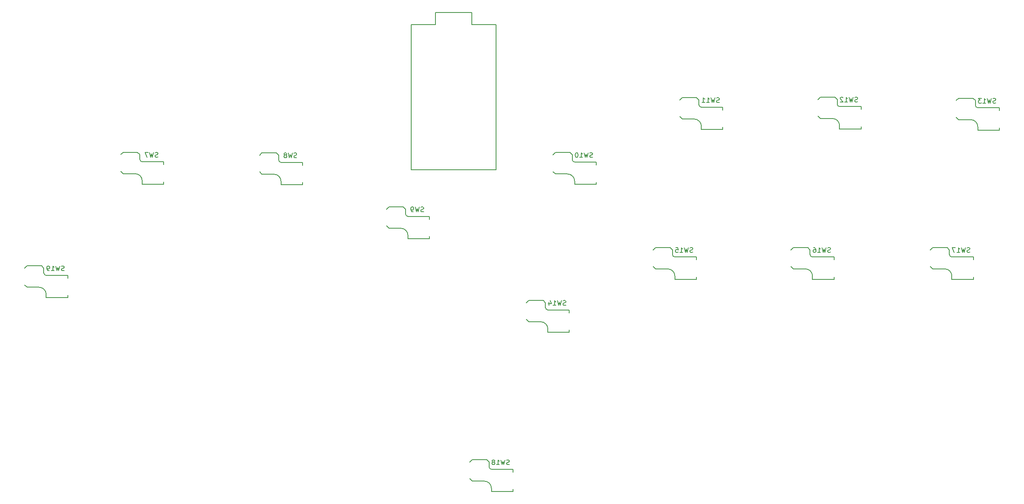
<source format=gbo>
%TF.GenerationSoftware,KiCad,Pcbnew,(6.0.7)*%
%TF.CreationDate,2022-08-15T09:32:31+10:00*%
%TF.ProjectId,Flatbox-rev1_1_goldenratio,466c6174-626f-4782-9d72-6576315f315f,rev?*%
%TF.SameCoordinates,Original*%
%TF.FileFunction,Legend,Bot*%
%TF.FilePolarity,Positive*%
%FSLAX46Y46*%
G04 Gerber Fmt 4.6, Leading zero omitted, Abs format (unit mm)*
G04 Created by KiCad (PCBNEW (6.0.7)) date 2022-08-15 09:32:31*
%MOMM*%
%LPD*%
G01*
G04 APERTURE LIST*
%ADD10C,0.150000*%
%ADD11C,3.429000*%
%ADD12C,1.701800*%
%ADD13C,3.000000*%
%ADD14R,2.600000X2.600000*%
%ADD15C,2.032000*%
%ADD16C,6.400000*%
%ADD17C,2.000000*%
%ADD18R,1.600000X1.600000*%
%ADD19C,1.600000*%
G04 APERTURE END LIST*
D10*
X111458333Y-48994761D02*
X111315476Y-49042380D01*
X111077380Y-49042380D01*
X110982142Y-48994761D01*
X110934523Y-48947142D01*
X110886904Y-48851904D01*
X110886904Y-48756666D01*
X110934523Y-48661428D01*
X110982142Y-48613809D01*
X111077380Y-48566190D01*
X111267857Y-48518571D01*
X111363095Y-48470952D01*
X111410714Y-48423333D01*
X111458333Y-48328095D01*
X111458333Y-48232857D01*
X111410714Y-48137619D01*
X111363095Y-48090000D01*
X111267857Y-48042380D01*
X111029761Y-48042380D01*
X110886904Y-48090000D01*
X110553571Y-48042380D02*
X110315476Y-49042380D01*
X110125000Y-48328095D01*
X109934523Y-49042380D01*
X109696428Y-48042380D01*
X109172619Y-48470952D02*
X109267857Y-48423333D01*
X109315476Y-48375714D01*
X109363095Y-48280476D01*
X109363095Y-48232857D01*
X109315476Y-48137619D01*
X109267857Y-48090000D01*
X109172619Y-48042380D01*
X108982142Y-48042380D01*
X108886904Y-48090000D01*
X108839285Y-48137619D01*
X108791666Y-48232857D01*
X108791666Y-48280476D01*
X108839285Y-48375714D01*
X108886904Y-48423333D01*
X108982142Y-48470952D01*
X109172619Y-48470952D01*
X109267857Y-48518571D01*
X109315476Y-48566190D01*
X109363095Y-48661428D01*
X109363095Y-48851904D01*
X109315476Y-48947142D01*
X109267857Y-48994761D01*
X109172619Y-49042380D01*
X108982142Y-49042380D01*
X108886904Y-48994761D01*
X108839285Y-48947142D01*
X108791666Y-48851904D01*
X108791666Y-48661428D01*
X108839285Y-48566190D01*
X108886904Y-48518571D01*
X108982142Y-48470952D01*
X138058333Y-60344761D02*
X137915476Y-60392380D01*
X137677380Y-60392380D01*
X137582142Y-60344761D01*
X137534523Y-60297142D01*
X137486904Y-60201904D01*
X137486904Y-60106666D01*
X137534523Y-60011428D01*
X137582142Y-59963809D01*
X137677380Y-59916190D01*
X137867857Y-59868571D01*
X137963095Y-59820952D01*
X138010714Y-59773333D01*
X138058333Y-59678095D01*
X138058333Y-59582857D01*
X138010714Y-59487619D01*
X137963095Y-59440000D01*
X137867857Y-59392380D01*
X137629761Y-59392380D01*
X137486904Y-59440000D01*
X137153571Y-59392380D02*
X136915476Y-60392380D01*
X136725000Y-59678095D01*
X136534523Y-60392380D01*
X136296428Y-59392380D01*
X135867857Y-60392380D02*
X135677380Y-60392380D01*
X135582142Y-60344761D01*
X135534523Y-60297142D01*
X135439285Y-60154285D01*
X135391666Y-59963809D01*
X135391666Y-59582857D01*
X135439285Y-59487619D01*
X135486904Y-59440000D01*
X135582142Y-59392380D01*
X135772619Y-59392380D01*
X135867857Y-59440000D01*
X135915476Y-59487619D01*
X135963095Y-59582857D01*
X135963095Y-59820952D01*
X135915476Y-59916190D01*
X135867857Y-59963809D01*
X135772619Y-60011428D01*
X135582142Y-60011428D01*
X135486904Y-59963809D01*
X135439285Y-59916190D01*
X135391666Y-59820952D01*
X156034523Y-113444761D02*
X155891666Y-113492380D01*
X155653571Y-113492380D01*
X155558333Y-113444761D01*
X155510714Y-113397142D01*
X155463095Y-113301904D01*
X155463095Y-113206666D01*
X155510714Y-113111428D01*
X155558333Y-113063809D01*
X155653571Y-113016190D01*
X155844047Y-112968571D01*
X155939285Y-112920952D01*
X155986904Y-112873333D01*
X156034523Y-112778095D01*
X156034523Y-112682857D01*
X155986904Y-112587619D01*
X155939285Y-112540000D01*
X155844047Y-112492380D01*
X155605952Y-112492380D01*
X155463095Y-112540000D01*
X155129761Y-112492380D02*
X154891666Y-113492380D01*
X154701190Y-112778095D01*
X154510714Y-113492380D01*
X154272619Y-112492380D01*
X153367857Y-113492380D02*
X153939285Y-113492380D01*
X153653571Y-113492380D02*
X153653571Y-112492380D01*
X153748809Y-112635238D01*
X153844047Y-112730476D01*
X153939285Y-112778095D01*
X152796428Y-112920952D02*
X152891666Y-112873333D01*
X152939285Y-112825714D01*
X152986904Y-112730476D01*
X152986904Y-112682857D01*
X152939285Y-112587619D01*
X152891666Y-112540000D01*
X152796428Y-112492380D01*
X152605952Y-112492380D01*
X152510714Y-112540000D01*
X152463095Y-112587619D01*
X152415476Y-112682857D01*
X152415476Y-112730476D01*
X152463095Y-112825714D01*
X152510714Y-112873333D01*
X152605952Y-112920952D01*
X152796428Y-112920952D01*
X152891666Y-112968571D01*
X152939285Y-113016190D01*
X152986904Y-113111428D01*
X152986904Y-113301904D01*
X152939285Y-113397142D01*
X152891666Y-113444761D01*
X152796428Y-113492380D01*
X152605952Y-113492380D01*
X152510714Y-113444761D01*
X152463095Y-113397142D01*
X152415476Y-113301904D01*
X152415476Y-113111428D01*
X152463095Y-113016190D01*
X152510714Y-112968571D01*
X152605952Y-112920952D01*
X173474523Y-48934761D02*
X173331666Y-48982380D01*
X173093571Y-48982380D01*
X172998333Y-48934761D01*
X172950714Y-48887142D01*
X172903095Y-48791904D01*
X172903095Y-48696666D01*
X172950714Y-48601428D01*
X172998333Y-48553809D01*
X173093571Y-48506190D01*
X173284047Y-48458571D01*
X173379285Y-48410952D01*
X173426904Y-48363333D01*
X173474523Y-48268095D01*
X173474523Y-48172857D01*
X173426904Y-48077619D01*
X173379285Y-48030000D01*
X173284047Y-47982380D01*
X173045952Y-47982380D01*
X172903095Y-48030000D01*
X172569761Y-47982380D02*
X172331666Y-48982380D01*
X172141190Y-48268095D01*
X171950714Y-48982380D01*
X171712619Y-47982380D01*
X170807857Y-48982380D02*
X171379285Y-48982380D01*
X171093571Y-48982380D02*
X171093571Y-47982380D01*
X171188809Y-48125238D01*
X171284047Y-48220476D01*
X171379285Y-48268095D01*
X170188809Y-47982380D02*
X170093571Y-47982380D01*
X169998333Y-48030000D01*
X169950714Y-48077619D01*
X169903095Y-48172857D01*
X169855476Y-48363333D01*
X169855476Y-48601428D01*
X169903095Y-48791904D01*
X169950714Y-48887142D01*
X169998333Y-48934761D01*
X170093571Y-48982380D01*
X170188809Y-48982380D01*
X170284047Y-48934761D01*
X170331666Y-48887142D01*
X170379285Y-48791904D01*
X170426904Y-48601428D01*
X170426904Y-48363333D01*
X170379285Y-48172857D01*
X170331666Y-48077619D01*
X170284047Y-48030000D01*
X170188809Y-47982380D01*
X200034523Y-37404761D02*
X199891666Y-37452380D01*
X199653571Y-37452380D01*
X199558333Y-37404761D01*
X199510714Y-37357142D01*
X199463095Y-37261904D01*
X199463095Y-37166666D01*
X199510714Y-37071428D01*
X199558333Y-37023809D01*
X199653571Y-36976190D01*
X199844047Y-36928571D01*
X199939285Y-36880952D01*
X199986904Y-36833333D01*
X200034523Y-36738095D01*
X200034523Y-36642857D01*
X199986904Y-36547619D01*
X199939285Y-36500000D01*
X199844047Y-36452380D01*
X199605952Y-36452380D01*
X199463095Y-36500000D01*
X199129761Y-36452380D02*
X198891666Y-37452380D01*
X198701190Y-36738095D01*
X198510714Y-37452380D01*
X198272619Y-36452380D01*
X197367857Y-37452380D02*
X197939285Y-37452380D01*
X197653571Y-37452380D02*
X197653571Y-36452380D01*
X197748809Y-36595238D01*
X197844047Y-36690476D01*
X197939285Y-36738095D01*
X196415476Y-37452380D02*
X196986904Y-37452380D01*
X196701190Y-37452380D02*
X196701190Y-36452380D01*
X196796428Y-36595238D01*
X196891666Y-36690476D01*
X196986904Y-36738095D01*
X229004523Y-37284761D02*
X228861666Y-37332380D01*
X228623571Y-37332380D01*
X228528333Y-37284761D01*
X228480714Y-37237142D01*
X228433095Y-37141904D01*
X228433095Y-37046666D01*
X228480714Y-36951428D01*
X228528333Y-36903809D01*
X228623571Y-36856190D01*
X228814047Y-36808571D01*
X228909285Y-36760952D01*
X228956904Y-36713333D01*
X229004523Y-36618095D01*
X229004523Y-36522857D01*
X228956904Y-36427619D01*
X228909285Y-36380000D01*
X228814047Y-36332380D01*
X228575952Y-36332380D01*
X228433095Y-36380000D01*
X228099761Y-36332380D02*
X227861666Y-37332380D01*
X227671190Y-36618095D01*
X227480714Y-37332380D01*
X227242619Y-36332380D01*
X226337857Y-37332380D02*
X226909285Y-37332380D01*
X226623571Y-37332380D02*
X226623571Y-36332380D01*
X226718809Y-36475238D01*
X226814047Y-36570476D01*
X226909285Y-36618095D01*
X225956904Y-36427619D02*
X225909285Y-36380000D01*
X225814047Y-36332380D01*
X225575952Y-36332380D01*
X225480714Y-36380000D01*
X225433095Y-36427619D01*
X225385476Y-36522857D01*
X225385476Y-36618095D01*
X225433095Y-36760952D01*
X226004523Y-37332380D01*
X225385476Y-37332380D01*
X257974523Y-37524761D02*
X257831666Y-37572380D01*
X257593571Y-37572380D01*
X257498333Y-37524761D01*
X257450714Y-37477142D01*
X257403095Y-37381904D01*
X257403095Y-37286666D01*
X257450714Y-37191428D01*
X257498333Y-37143809D01*
X257593571Y-37096190D01*
X257784047Y-37048571D01*
X257879285Y-37000952D01*
X257926904Y-36953333D01*
X257974523Y-36858095D01*
X257974523Y-36762857D01*
X257926904Y-36667619D01*
X257879285Y-36620000D01*
X257784047Y-36572380D01*
X257545952Y-36572380D01*
X257403095Y-36620000D01*
X257069761Y-36572380D02*
X256831666Y-37572380D01*
X256641190Y-36858095D01*
X256450714Y-37572380D01*
X256212619Y-36572380D01*
X255307857Y-37572380D02*
X255879285Y-37572380D01*
X255593571Y-37572380D02*
X255593571Y-36572380D01*
X255688809Y-36715238D01*
X255784047Y-36810476D01*
X255879285Y-36858095D01*
X254974523Y-36572380D02*
X254355476Y-36572380D01*
X254688809Y-36953333D01*
X254545952Y-36953333D01*
X254450714Y-37000952D01*
X254403095Y-37048571D01*
X254355476Y-37143809D01*
X254355476Y-37381904D01*
X254403095Y-37477142D01*
X254450714Y-37524761D01*
X254545952Y-37572380D01*
X254831666Y-37572380D01*
X254926904Y-37524761D01*
X254974523Y-37477142D01*
X167864523Y-79974761D02*
X167721666Y-80022380D01*
X167483571Y-80022380D01*
X167388333Y-79974761D01*
X167340714Y-79927142D01*
X167293095Y-79831904D01*
X167293095Y-79736666D01*
X167340714Y-79641428D01*
X167388333Y-79593809D01*
X167483571Y-79546190D01*
X167674047Y-79498571D01*
X167769285Y-79450952D01*
X167816904Y-79403333D01*
X167864523Y-79308095D01*
X167864523Y-79212857D01*
X167816904Y-79117619D01*
X167769285Y-79070000D01*
X167674047Y-79022380D01*
X167435952Y-79022380D01*
X167293095Y-79070000D01*
X166959761Y-79022380D02*
X166721666Y-80022380D01*
X166531190Y-79308095D01*
X166340714Y-80022380D01*
X166102619Y-79022380D01*
X165197857Y-80022380D02*
X165769285Y-80022380D01*
X165483571Y-80022380D02*
X165483571Y-79022380D01*
X165578809Y-79165238D01*
X165674047Y-79260476D01*
X165769285Y-79308095D01*
X164340714Y-79355714D02*
X164340714Y-80022380D01*
X164578809Y-78974761D02*
X164816904Y-79689047D01*
X164197857Y-79689047D01*
X194474523Y-68864761D02*
X194331666Y-68912380D01*
X194093571Y-68912380D01*
X193998333Y-68864761D01*
X193950714Y-68817142D01*
X193903095Y-68721904D01*
X193903095Y-68626666D01*
X193950714Y-68531428D01*
X193998333Y-68483809D01*
X194093571Y-68436190D01*
X194284047Y-68388571D01*
X194379285Y-68340952D01*
X194426904Y-68293333D01*
X194474523Y-68198095D01*
X194474523Y-68102857D01*
X194426904Y-68007619D01*
X194379285Y-67960000D01*
X194284047Y-67912380D01*
X194045952Y-67912380D01*
X193903095Y-67960000D01*
X193569761Y-67912380D02*
X193331666Y-68912380D01*
X193141190Y-68198095D01*
X192950714Y-68912380D01*
X192712619Y-67912380D01*
X191807857Y-68912380D02*
X192379285Y-68912380D01*
X192093571Y-68912380D02*
X192093571Y-67912380D01*
X192188809Y-68055238D01*
X192284047Y-68150476D01*
X192379285Y-68198095D01*
X190903095Y-67912380D02*
X191379285Y-67912380D01*
X191426904Y-68388571D01*
X191379285Y-68340952D01*
X191284047Y-68293333D01*
X191045952Y-68293333D01*
X190950714Y-68340952D01*
X190903095Y-68388571D01*
X190855476Y-68483809D01*
X190855476Y-68721904D01*
X190903095Y-68817142D01*
X190950714Y-68864761D01*
X191045952Y-68912380D01*
X191284047Y-68912380D01*
X191379285Y-68864761D01*
X191426904Y-68817142D01*
X223324523Y-68864761D02*
X223181666Y-68912380D01*
X222943571Y-68912380D01*
X222848333Y-68864761D01*
X222800714Y-68817142D01*
X222753095Y-68721904D01*
X222753095Y-68626666D01*
X222800714Y-68531428D01*
X222848333Y-68483809D01*
X222943571Y-68436190D01*
X223134047Y-68388571D01*
X223229285Y-68340952D01*
X223276904Y-68293333D01*
X223324523Y-68198095D01*
X223324523Y-68102857D01*
X223276904Y-68007619D01*
X223229285Y-67960000D01*
X223134047Y-67912380D01*
X222895952Y-67912380D01*
X222753095Y-67960000D01*
X222419761Y-67912380D02*
X222181666Y-68912380D01*
X221991190Y-68198095D01*
X221800714Y-68912380D01*
X221562619Y-67912380D01*
X220657857Y-68912380D02*
X221229285Y-68912380D01*
X220943571Y-68912380D02*
X220943571Y-67912380D01*
X221038809Y-68055238D01*
X221134047Y-68150476D01*
X221229285Y-68198095D01*
X219800714Y-67912380D02*
X219991190Y-67912380D01*
X220086428Y-67960000D01*
X220134047Y-68007619D01*
X220229285Y-68150476D01*
X220276904Y-68340952D01*
X220276904Y-68721904D01*
X220229285Y-68817142D01*
X220181666Y-68864761D01*
X220086428Y-68912380D01*
X219895952Y-68912380D01*
X219800714Y-68864761D01*
X219753095Y-68817142D01*
X219705476Y-68721904D01*
X219705476Y-68483809D01*
X219753095Y-68388571D01*
X219800714Y-68340952D01*
X219895952Y-68293333D01*
X220086428Y-68293333D01*
X220181666Y-68340952D01*
X220229285Y-68388571D01*
X220276904Y-68483809D01*
X252534523Y-68864761D02*
X252391666Y-68912380D01*
X252153571Y-68912380D01*
X252058333Y-68864761D01*
X252010714Y-68817142D01*
X251963095Y-68721904D01*
X251963095Y-68626666D01*
X252010714Y-68531428D01*
X252058333Y-68483809D01*
X252153571Y-68436190D01*
X252344047Y-68388571D01*
X252439285Y-68340952D01*
X252486904Y-68293333D01*
X252534523Y-68198095D01*
X252534523Y-68102857D01*
X252486904Y-68007619D01*
X252439285Y-67960000D01*
X252344047Y-67912380D01*
X252105952Y-67912380D01*
X251963095Y-67960000D01*
X251629761Y-67912380D02*
X251391666Y-68912380D01*
X251201190Y-68198095D01*
X251010714Y-68912380D01*
X250772619Y-67912380D01*
X249867857Y-68912380D02*
X250439285Y-68912380D01*
X250153571Y-68912380D02*
X250153571Y-67912380D01*
X250248809Y-68055238D01*
X250344047Y-68150476D01*
X250439285Y-68198095D01*
X249534523Y-67912380D02*
X248867857Y-67912380D01*
X249296428Y-68912380D01*
X82363333Y-48874761D02*
X82220476Y-48922380D01*
X81982380Y-48922380D01*
X81887142Y-48874761D01*
X81839523Y-48827142D01*
X81791904Y-48731904D01*
X81791904Y-48636666D01*
X81839523Y-48541428D01*
X81887142Y-48493809D01*
X81982380Y-48446190D01*
X82172857Y-48398571D01*
X82268095Y-48350952D01*
X82315714Y-48303333D01*
X82363333Y-48208095D01*
X82363333Y-48112857D01*
X82315714Y-48017619D01*
X82268095Y-47970000D01*
X82172857Y-47922380D01*
X81934761Y-47922380D01*
X81791904Y-47970000D01*
X81458571Y-47922380D02*
X81220476Y-48922380D01*
X81030000Y-48208095D01*
X80839523Y-48922380D01*
X80601428Y-47922380D01*
X80315714Y-47922380D02*
X79649047Y-47922380D01*
X80077619Y-48922380D01*
X62714523Y-72724761D02*
X62571666Y-72772380D01*
X62333571Y-72772380D01*
X62238333Y-72724761D01*
X62190714Y-72677142D01*
X62143095Y-72581904D01*
X62143095Y-72486666D01*
X62190714Y-72391428D01*
X62238333Y-72343809D01*
X62333571Y-72296190D01*
X62524047Y-72248571D01*
X62619285Y-72200952D01*
X62666904Y-72153333D01*
X62714523Y-72058095D01*
X62714523Y-71962857D01*
X62666904Y-71867619D01*
X62619285Y-71820000D01*
X62524047Y-71772380D01*
X62285952Y-71772380D01*
X62143095Y-71820000D01*
X61809761Y-71772380D02*
X61571666Y-72772380D01*
X61381190Y-72058095D01*
X61190714Y-72772380D01*
X60952619Y-71772380D01*
X60047857Y-72772380D02*
X60619285Y-72772380D01*
X60333571Y-72772380D02*
X60333571Y-71772380D01*
X60428809Y-71915238D01*
X60524047Y-72010476D01*
X60619285Y-72058095D01*
X59571666Y-72772380D02*
X59381190Y-72772380D01*
X59285952Y-72724761D01*
X59238333Y-72677142D01*
X59143095Y-72534285D01*
X59095476Y-72343809D01*
X59095476Y-71962857D01*
X59143095Y-71867619D01*
X59190714Y-71820000D01*
X59285952Y-71772380D01*
X59476428Y-71772380D01*
X59571666Y-71820000D01*
X59619285Y-71867619D01*
X59666904Y-71962857D01*
X59666904Y-72200952D01*
X59619285Y-72296190D01*
X59571666Y-72343809D01*
X59476428Y-72391428D01*
X59285952Y-72391428D01*
X59190714Y-72343809D01*
X59143095Y-72296190D01*
X59095476Y-72200952D01*
X103680000Y-52010000D02*
X104180000Y-52510000D01*
X108180000Y-54010000D02*
X108180000Y-54710000D01*
X104180000Y-52510000D02*
X106680000Y-52510000D01*
X108180000Y-54710000D02*
X112680000Y-54710000D01*
X103680000Y-48510000D02*
X104180000Y-48010000D01*
X112680000Y-50010000D02*
X108180000Y-50010000D01*
X104180000Y-48010000D02*
X107180000Y-48010000D01*
X112680000Y-54710000D02*
X112680000Y-54210000D01*
X112680000Y-50610000D02*
X112680000Y-50010000D01*
X107180000Y-48010000D02*
X107680000Y-48510000D01*
X107680000Y-49510000D02*
X107680000Y-48510000D01*
X108180000Y-54010000D02*
G75*
G03*
X106680000Y-52510000I-1500000J0D01*
G01*
X107680000Y-49510000D02*
G75*
G03*
X108180000Y-50010000I500000J0D01*
G01*
X139280000Y-66060000D02*
X139280000Y-65560000D01*
X134780000Y-65360000D02*
X134780000Y-66060000D01*
X139280000Y-61960000D02*
X139280000Y-61360000D01*
X134280000Y-60860000D02*
X134280000Y-59860000D01*
X130280000Y-59860000D02*
X130780000Y-59360000D01*
X133780000Y-59360000D02*
X134280000Y-59860000D01*
X134780000Y-66060000D02*
X139280000Y-66060000D01*
X130280000Y-63360000D02*
X130780000Y-63860000D01*
X130780000Y-63860000D02*
X133280000Y-63860000D01*
X139280000Y-61360000D02*
X134780000Y-61360000D01*
X130780000Y-59360000D02*
X133780000Y-59360000D01*
X134780000Y-65360000D02*
G75*
G03*
X133280000Y-63860000I-1500000J0D01*
G01*
X134280000Y-60860000D02*
G75*
G03*
X134780000Y-61360000I500000J0D01*
G01*
X148280000Y-116960000D02*
X150780000Y-116960000D01*
X156780000Y-114460000D02*
X152280000Y-114460000D01*
X152280000Y-119160000D02*
X156780000Y-119160000D01*
X156780000Y-119160000D02*
X156780000Y-118660000D01*
X151280000Y-112460000D02*
X151780000Y-112960000D01*
X152280000Y-118460000D02*
X152280000Y-119160000D01*
X148280000Y-112460000D02*
X151280000Y-112460000D01*
X151780000Y-113960000D02*
X151780000Y-112960000D01*
X156780000Y-115060000D02*
X156780000Y-114460000D01*
X147780000Y-116460000D02*
X148280000Y-116960000D01*
X147780000Y-112960000D02*
X148280000Y-112460000D01*
X151780000Y-113960000D02*
G75*
G03*
X152280000Y-114460000I500000J0D01*
G01*
X152280000Y-118460000D02*
G75*
G03*
X150780000Y-116960000I-1500000J0D01*
G01*
X168720000Y-47950000D02*
X169220000Y-48450000D01*
X165720000Y-47950000D02*
X168720000Y-47950000D01*
X169720000Y-54650000D02*
X174220000Y-54650000D01*
X174220000Y-54650000D02*
X174220000Y-54150000D01*
X165720000Y-52450000D02*
X168220000Y-52450000D01*
X174220000Y-50550000D02*
X174220000Y-49950000D01*
X169220000Y-49450000D02*
X169220000Y-48450000D01*
X169720000Y-53950000D02*
X169720000Y-54650000D01*
X165220000Y-51950000D02*
X165720000Y-52450000D01*
X165220000Y-48450000D02*
X165720000Y-47950000D01*
X174220000Y-49950000D02*
X169720000Y-49950000D01*
X169220000Y-49450000D02*
G75*
G03*
X169720000Y-49950000I500000J0D01*
G01*
X169720000Y-53950000D02*
G75*
G03*
X168220000Y-52450000I-1500000J0D01*
G01*
X191780000Y-36920000D02*
X192280000Y-36420000D01*
X200780000Y-38420000D02*
X196280000Y-38420000D01*
X195280000Y-36420000D02*
X195780000Y-36920000D01*
X191780000Y-40420000D02*
X192280000Y-40920000D01*
X192280000Y-36420000D02*
X195280000Y-36420000D01*
X200780000Y-39020000D02*
X200780000Y-38420000D01*
X195780000Y-37920000D02*
X195780000Y-36920000D01*
X192280000Y-40920000D02*
X194780000Y-40920000D01*
X196280000Y-42420000D02*
X196280000Y-43120000D01*
X200780000Y-43120000D02*
X200780000Y-42620000D01*
X196280000Y-43120000D02*
X200780000Y-43120000D01*
X195780000Y-37920000D02*
G75*
G03*
X196280000Y-38420000I500000J0D01*
G01*
X196280000Y-42420000D02*
G75*
G03*
X194780000Y-40920000I-1500000J0D01*
G01*
X225250000Y-42300000D02*
X225250000Y-43000000D01*
X221250000Y-40800000D02*
X223750000Y-40800000D01*
X220750000Y-40300000D02*
X221250000Y-40800000D01*
X229750000Y-38300000D02*
X225250000Y-38300000D01*
X221250000Y-36300000D02*
X224250000Y-36300000D01*
X224250000Y-36300000D02*
X224750000Y-36800000D01*
X229750000Y-38900000D02*
X229750000Y-38300000D01*
X225250000Y-43000000D02*
X229750000Y-43000000D01*
X220750000Y-36800000D02*
X221250000Y-36300000D01*
X229750000Y-43000000D02*
X229750000Y-42500000D01*
X224750000Y-37800000D02*
X224750000Y-36800000D01*
X224750000Y-37800000D02*
G75*
G03*
X225250000Y-38300000I500000J0D01*
G01*
X225250000Y-42300000D02*
G75*
G03*
X223750000Y-40800000I-1500000J0D01*
G01*
X250220000Y-36540000D02*
X253220000Y-36540000D01*
X254220000Y-42540000D02*
X254220000Y-43240000D01*
X249720000Y-40540000D02*
X250220000Y-41040000D01*
X258720000Y-43240000D02*
X258720000Y-42740000D01*
X249720000Y-37040000D02*
X250220000Y-36540000D01*
X258720000Y-39140000D02*
X258720000Y-38540000D01*
X254220000Y-43240000D02*
X258720000Y-43240000D01*
X250220000Y-41040000D02*
X252720000Y-41040000D01*
X253720000Y-38040000D02*
X253720000Y-37040000D01*
X258720000Y-38540000D02*
X254220000Y-38540000D01*
X253220000Y-36540000D02*
X253720000Y-37040000D01*
X253720000Y-38040000D02*
G75*
G03*
X254220000Y-38540000I500000J0D01*
G01*
X254220000Y-42540000D02*
G75*
G03*
X252720000Y-41040000I-1500000J0D01*
G01*
X159610000Y-82990000D02*
X160110000Y-83490000D01*
X168610000Y-85690000D02*
X168610000Y-85190000D01*
X160110000Y-78990000D02*
X163110000Y-78990000D01*
X163610000Y-80490000D02*
X163610000Y-79490000D01*
X168610000Y-80990000D02*
X164110000Y-80990000D01*
X164110000Y-85690000D02*
X168610000Y-85690000D01*
X163110000Y-78990000D02*
X163610000Y-79490000D01*
X159610000Y-79490000D02*
X160110000Y-78990000D01*
X160110000Y-83490000D02*
X162610000Y-83490000D01*
X168610000Y-81590000D02*
X168610000Y-80990000D01*
X164110000Y-84990000D02*
X164110000Y-85690000D01*
X164110000Y-84990000D02*
G75*
G03*
X162610000Y-83490000I-1500000J0D01*
G01*
X163610000Y-80490000D02*
G75*
G03*
X164110000Y-80990000I500000J0D01*
G01*
X186720000Y-72380000D02*
X189220000Y-72380000D01*
X195220000Y-70480000D02*
X195220000Y-69880000D01*
X190720000Y-74580000D02*
X195220000Y-74580000D01*
X190720000Y-73880000D02*
X190720000Y-74580000D01*
X186220000Y-68380000D02*
X186720000Y-67880000D01*
X195220000Y-69880000D02*
X190720000Y-69880000D01*
X195220000Y-74580000D02*
X195220000Y-74080000D01*
X186720000Y-67880000D02*
X189720000Y-67880000D01*
X186220000Y-71880000D02*
X186720000Y-72380000D01*
X189720000Y-67880000D02*
X190220000Y-68380000D01*
X190220000Y-69380000D02*
X190220000Y-68380000D01*
X190720000Y-73880000D02*
G75*
G03*
X189220000Y-72380000I-1500000J0D01*
G01*
X190220000Y-69380000D02*
G75*
G03*
X190720000Y-69880000I500000J0D01*
G01*
X224070000Y-74580000D02*
X224070000Y-74080000D01*
X218570000Y-67880000D02*
X219070000Y-68380000D01*
X215570000Y-67880000D02*
X218570000Y-67880000D01*
X215570000Y-72380000D02*
X218070000Y-72380000D01*
X224070000Y-70480000D02*
X224070000Y-69880000D01*
X224070000Y-69880000D02*
X219570000Y-69880000D01*
X219570000Y-74580000D02*
X224070000Y-74580000D01*
X215070000Y-71880000D02*
X215570000Y-72380000D01*
X219570000Y-73880000D02*
X219570000Y-74580000D01*
X215070000Y-68380000D02*
X215570000Y-67880000D01*
X219070000Y-69380000D02*
X219070000Y-68380000D01*
X219070000Y-69380000D02*
G75*
G03*
X219570000Y-69880000I500000J0D01*
G01*
X219570000Y-73880000D02*
G75*
G03*
X218070000Y-72380000I-1500000J0D01*
G01*
X247780000Y-67880000D02*
X248280000Y-68380000D01*
X253280000Y-74580000D02*
X253280000Y-74080000D01*
X248780000Y-74580000D02*
X253280000Y-74580000D01*
X244780000Y-72380000D02*
X247280000Y-72380000D01*
X253280000Y-70480000D02*
X253280000Y-69880000D01*
X244280000Y-68380000D02*
X244780000Y-67880000D01*
X244780000Y-67880000D02*
X247780000Y-67880000D01*
X244280000Y-71880000D02*
X244780000Y-72380000D01*
X253280000Y-69880000D02*
X248780000Y-69880000D01*
X248780000Y-73880000D02*
X248780000Y-74580000D01*
X248280000Y-69380000D02*
X248280000Y-68380000D01*
X248780000Y-73880000D02*
G75*
G03*
X247280000Y-72380000I-1500000J0D01*
G01*
X248280000Y-69380000D02*
G75*
G03*
X248780000Y-69880000I500000J0D01*
G01*
X75085000Y-52390000D02*
X77585000Y-52390000D01*
X83585000Y-50490000D02*
X83585000Y-49890000D01*
X83585000Y-49890000D02*
X79085000Y-49890000D01*
X75085000Y-47890000D02*
X78085000Y-47890000D01*
X79085000Y-53890000D02*
X79085000Y-54590000D01*
X78585000Y-49390000D02*
X78585000Y-48390000D01*
X83585000Y-54590000D02*
X83585000Y-54090000D01*
X79085000Y-54590000D02*
X83585000Y-54590000D01*
X74585000Y-48390000D02*
X75085000Y-47890000D01*
X74585000Y-51890000D02*
X75085000Y-52390000D01*
X78085000Y-47890000D02*
X78585000Y-48390000D01*
X79085000Y-53890000D02*
G75*
G03*
X77585000Y-52390000I-1500000J0D01*
G01*
X78585000Y-49390000D02*
G75*
G03*
X79085000Y-49890000I500000J0D01*
G01*
X148170000Y-21050000D02*
X153250000Y-21050000D01*
X135470000Y-51530000D02*
X135470000Y-21050000D01*
X140550000Y-21050000D02*
X140550000Y-18510000D01*
X140550000Y-18510000D02*
X148170000Y-18510000D01*
X153250000Y-21050000D02*
X153250000Y-51530000D01*
X148170000Y-18510000D02*
X148170000Y-21050000D01*
X135470000Y-21050000D02*
X140550000Y-21050000D01*
X153250000Y-51530000D02*
X135470000Y-51530000D01*
X63460000Y-78440000D02*
X63460000Y-77940000D01*
X54460000Y-72240000D02*
X54960000Y-71740000D01*
X58460000Y-73240000D02*
X58460000Y-72240000D01*
X54960000Y-76240000D02*
X57460000Y-76240000D01*
X54460000Y-75740000D02*
X54960000Y-76240000D01*
X58960000Y-78440000D02*
X63460000Y-78440000D01*
X54960000Y-71740000D02*
X57960000Y-71740000D01*
X58960000Y-77740000D02*
X58960000Y-78440000D01*
X63460000Y-74340000D02*
X63460000Y-73740000D01*
X63460000Y-73740000D02*
X58960000Y-73740000D01*
X57960000Y-71740000D02*
X58460000Y-72240000D01*
X58960000Y-77740000D02*
G75*
G03*
X57460000Y-76240000I-1500000J0D01*
G01*
X58460000Y-73240000D02*
G75*
G03*
X58960000Y-73740000I500000J0D01*
G01*
%LPC*%
D11*
X105680000Y-56210000D03*
D12*
X111180000Y-56210000D03*
D13*
X105680000Y-50260000D03*
X110680000Y-52460000D03*
D12*
X100180000Y-56210000D03*
D14*
X102405000Y-50260000D03*
D15*
X105680000Y-62110000D03*
X100680000Y-60010000D03*
D14*
X113955000Y-52460000D03*
D13*
X137280000Y-63810000D03*
D11*
X132280000Y-67560000D03*
D12*
X126780000Y-67560000D03*
D13*
X132280000Y-61610000D03*
D12*
X137780000Y-67560000D03*
D15*
X132280000Y-73460000D03*
D14*
X129005000Y-61610000D03*
D15*
X127280000Y-71360000D03*
D14*
X140555000Y-63810000D03*
D11*
X149780000Y-120660000D03*
D13*
X154780000Y-116910000D03*
D12*
X144280000Y-120660000D03*
X155280000Y-120660000D03*
D13*
X149780000Y-114710000D03*
D14*
X146505000Y-114710000D03*
D15*
X149780000Y-126560000D03*
D14*
X158055000Y-116910000D03*
D15*
X144780000Y-124460000D03*
D12*
X161720000Y-56150000D03*
X172720000Y-56150000D03*
D11*
X167220000Y-56150000D03*
D13*
X167220000Y-50200000D03*
X172220000Y-52400000D03*
D15*
X167220000Y-62050000D03*
D14*
X163945000Y-50200000D03*
D15*
X162220000Y-59950000D03*
D14*
X175495000Y-52400000D03*
D12*
X199280000Y-44620000D03*
X188280000Y-44620000D03*
D13*
X193780000Y-38670000D03*
D11*
X193780000Y-44620000D03*
D13*
X198780000Y-40870000D03*
D14*
X190505000Y-38670000D03*
D15*
X193780000Y-50520000D03*
D14*
X202055000Y-40870000D03*
D15*
X188780000Y-48420000D03*
D13*
X222750000Y-38550000D03*
D12*
X228250000Y-44500000D03*
D11*
X222750000Y-44500000D03*
D12*
X217250000Y-44500000D03*
D13*
X227750000Y-40750000D03*
D15*
X222750000Y-50400000D03*
D14*
X219475000Y-38550000D03*
D15*
X217750000Y-48300000D03*
D14*
X231025000Y-40750000D03*
D13*
X256720000Y-40990000D03*
X251720000Y-38790000D03*
D12*
X246220000Y-44740000D03*
X257220000Y-44740000D03*
D11*
X251720000Y-44740000D03*
D15*
X251720000Y-50640000D03*
D14*
X248445000Y-38790000D03*
D15*
X246720000Y-48540000D03*
D14*
X259995000Y-40990000D03*
D13*
X161610000Y-81240000D03*
X166610000Y-83440000D03*
D11*
X161610000Y-87190000D03*
D12*
X156110000Y-87190000D03*
X167110000Y-87190000D03*
D14*
X158335000Y-81240000D03*
D15*
X161610000Y-93090000D03*
X156610000Y-90990000D03*
D14*
X169885000Y-83440000D03*
D11*
X188220000Y-76080000D03*
D12*
X193720000Y-76080000D03*
X182720000Y-76080000D03*
D13*
X193220000Y-72330000D03*
X188220000Y-70130000D03*
D15*
X188220000Y-81980000D03*
D14*
X184945000Y-70130000D03*
X196495000Y-72330000D03*
D15*
X183220000Y-79880000D03*
D11*
X217070000Y-76080000D03*
D13*
X217070000Y-70130000D03*
D12*
X211570000Y-76080000D03*
D13*
X222070000Y-72330000D03*
D12*
X222570000Y-76080000D03*
D15*
X217070000Y-81980000D03*
D14*
X213795000Y-70130000D03*
X225345000Y-72330000D03*
D15*
X212070000Y-79880000D03*
D12*
X240780000Y-76080000D03*
D13*
X251280000Y-72330000D03*
D11*
X246280000Y-76080000D03*
D12*
X251780000Y-76080000D03*
D13*
X246280000Y-70130000D03*
D14*
X243005000Y-70130000D03*
D15*
X246280000Y-81980000D03*
D14*
X254555000Y-72330000D03*
D15*
X241280000Y-79880000D03*
D16*
X48220000Y-28040000D03*
X48220000Y-182790000D03*
X277480000Y-182785000D03*
X277480000Y-28035000D03*
D12*
X71085000Y-56090000D03*
X82085000Y-56090000D03*
D13*
X81585000Y-52340000D03*
D11*
X76585000Y-56090000D03*
D13*
X76585000Y-50140000D03*
D15*
X76585000Y-61990000D03*
D14*
X73310000Y-50140000D03*
D15*
X71585000Y-59890000D03*
D14*
X84860000Y-52340000D03*
D16*
X168360000Y-28040000D03*
D17*
X106860000Y-27540000D03*
X106860000Y-34040000D03*
X111360000Y-27540000D03*
X111360000Y-34040000D03*
X83860000Y-34040000D03*
X83860000Y-27540000D03*
X88360000Y-27540000D03*
X88360000Y-34040000D03*
X116860000Y-34040000D03*
X116860000Y-27540000D03*
X121360000Y-27540000D03*
X121360000Y-34040000D03*
X73860000Y-27540000D03*
X73860000Y-34040000D03*
X78360000Y-34040000D03*
X78360000Y-27540000D03*
X93860000Y-27540000D03*
X93860000Y-34040000D03*
X98360000Y-27540000D03*
X98360000Y-34040000D03*
X126860000Y-27540000D03*
X126860000Y-34040000D03*
X131360000Y-27540000D03*
X131360000Y-34040000D03*
D16*
X151860000Y-69040000D03*
X168360000Y-182790000D03*
D18*
X136740000Y-22320000D03*
D19*
X136740000Y-24860000D03*
X136740000Y-27400000D03*
X136740000Y-29940000D03*
X136740000Y-32480000D03*
X136740000Y-35020000D03*
X136740000Y-37560000D03*
X136740000Y-40100000D03*
X136740000Y-42640000D03*
X136740000Y-45180000D03*
X136740000Y-47720000D03*
X136740000Y-50260000D03*
X151980000Y-50260000D03*
X151980000Y-47720000D03*
X151980000Y-45180000D03*
X151980000Y-42640000D03*
X151980000Y-40100000D03*
X151980000Y-37560000D03*
X151980000Y-35020000D03*
X151980000Y-32480000D03*
X151980000Y-29940000D03*
X151980000Y-27400000D03*
X151980000Y-24860000D03*
X151980000Y-22320000D03*
D11*
X56460000Y-79940000D03*
D12*
X50960000Y-79940000D03*
X61960000Y-79940000D03*
D13*
X56460000Y-73990000D03*
X61460000Y-76190000D03*
D14*
X53185000Y-73990000D03*
D15*
X56460000Y-85840000D03*
X51460000Y-83740000D03*
D14*
X64735000Y-76190000D03*
M02*

</source>
